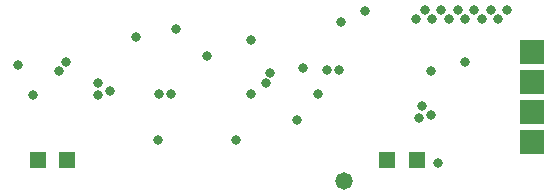
<source format=gbs>
G04*
G04 #@! TF.GenerationSoftware,Altium Limited,Altium Designer,21.4.1 (30)*
G04*
G04 Layer_Color=16711935*
%FSLAX25Y25*%
%MOIN*%
G70*
G04*
G04 #@! TF.SameCoordinates,34362008-6013-40ED-8967-B93A8513BE85*
G04*
G04*
G04 #@! TF.FilePolarity,Negative*
G04*
G01*
G75*
%ADD32R,0.05524X0.05524*%
%ADD33R,0.07887X0.07887*%
%ADD34C,0.03300*%
%ADD35C,0.05800*%
D32*
X495079Y112000D02*
D03*
X504921Y112000D02*
D03*
X621343D02*
D03*
X611500Y112000D02*
D03*
D33*
X659815Y147732D02*
D03*
Y137732D02*
D03*
Y127732D02*
D03*
Y117732D02*
D03*
D34*
X515000Y137500D02*
D03*
X566000Y152000D02*
D03*
X541000Y155500D02*
D03*
X626000Y141500D02*
D03*
X551500Y146500D02*
D03*
X519000Y135000D02*
D03*
X515000Y133500D02*
D03*
X626000Y127000D02*
D03*
X622000Y126000D02*
D03*
X623000Y130000D02*
D03*
X628500Y111000D02*
D03*
X595500Y142000D02*
D03*
X502000Y141500D02*
D03*
X504500Y144500D02*
D03*
X539500Y134000D02*
D03*
X527800Y152855D02*
D03*
X488500Y143500D02*
D03*
X493530Y133470D02*
D03*
X561000Y118500D02*
D03*
X535000D02*
D03*
X621000Y159000D02*
D03*
X624000Y162000D02*
D03*
X629500D02*
D03*
X651500D02*
D03*
X643000Y159000D02*
D03*
X648500D02*
D03*
X626500D02*
D03*
X637500D02*
D03*
X646000Y162000D02*
D03*
X635000D02*
D03*
X632000Y159000D02*
D03*
X640500Y162000D02*
D03*
X588500Y134000D02*
D03*
X604000Y161500D02*
D03*
X591500Y142000D02*
D03*
X596000Y158000D02*
D03*
X637416Y144509D02*
D03*
X581457Y125157D02*
D03*
X583324Y142420D02*
D03*
X571000Y137500D02*
D03*
X566000Y134000D02*
D03*
X572500Y141000D02*
D03*
X535500Y134000D02*
D03*
D35*
X597000Y105000D02*
D03*
M02*

</source>
